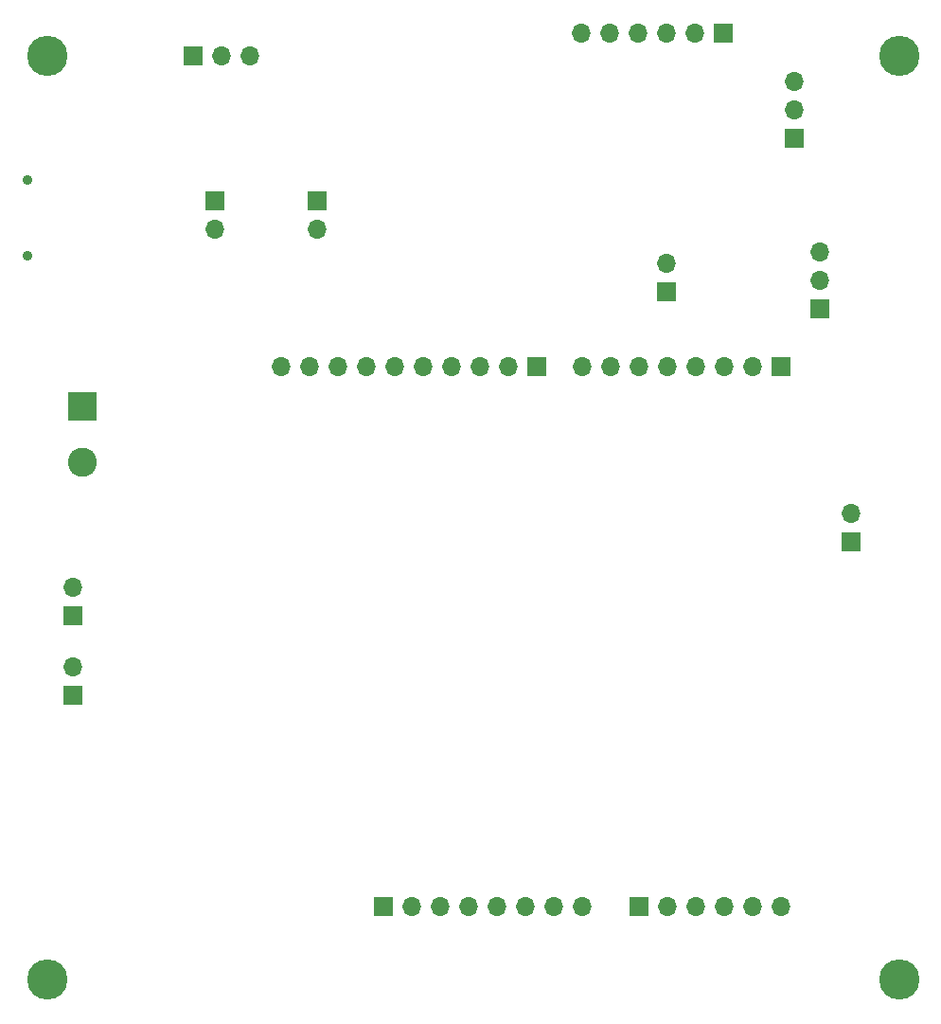
<source format=gbr>
%TF.GenerationSoftware,KiCad,Pcbnew,(6.0.9)*%
%TF.CreationDate,2025-06-16T13:19:02-07:00*%
%TF.ProjectId,STM32L4_breakout,53544d33-324c-4345-9f62-7265616b6f75,rev?*%
%TF.SameCoordinates,Original*%
%TF.FileFunction,Soldermask,Bot*%
%TF.FilePolarity,Negative*%
%FSLAX46Y46*%
G04 Gerber Fmt 4.6, Leading zero omitted, Abs format (unit mm)*
G04 Created by KiCad (PCBNEW (6.0.9)) date 2025-06-16 13:19:02*
%MOMM*%
%LPD*%
G01*
G04 APERTURE LIST*
%ADD10R,1.700000X1.700000*%
%ADD11O,1.700000X1.700000*%
%ADD12R,2.600000X2.600000*%
%ADD13C,2.600000*%
%ADD14C,3.600000*%
%ADD15C,0.900000*%
G04 APERTURE END LIST*
D10*
%TO.C,J3*%
X138218000Y-131419000D03*
D11*
X140758000Y-131419000D03*
X143298000Y-131419000D03*
X145838000Y-131419000D03*
X148378000Y-131419000D03*
X150918000Y-131419000D03*
X153458000Y-131419000D03*
X155998000Y-131419000D03*
%TD*%
D10*
%TO.C,J12*%
X121173000Y-55372000D03*
D11*
X123713000Y-55372000D03*
X126253000Y-55372000D03*
%TD*%
D10*
%TO.C,J17*%
X110490000Y-105415000D03*
D11*
X110490000Y-102875000D03*
%TD*%
D12*
%TO.C,J1*%
X111323000Y-86709000D03*
D13*
X111323000Y-91709000D03*
%TD*%
D14*
%TO.C,H4*%
X108146000Y-137909000D03*
%TD*%
D10*
%TO.C,J16*%
X110490000Y-112532000D03*
D11*
X110490000Y-109992000D03*
%TD*%
D14*
%TO.C,H3*%
X184346000Y-137909000D03*
%TD*%
D10*
%TO.C,J8*%
X163576000Y-76459000D03*
D11*
X163576000Y-73919000D03*
%TD*%
D10*
%TO.C,J2*%
X168656000Y-53340000D03*
D11*
X166116000Y-53340000D03*
X163576000Y-53340000D03*
X161036000Y-53340000D03*
X158496000Y-53340000D03*
X155956000Y-53340000D03*
%TD*%
D15*
%TO.C,SW1*%
X106393000Y-66450000D03*
X106393000Y-73250000D03*
%TD*%
D10*
%TO.C,J15*%
X180086000Y-98811000D03*
D11*
X180086000Y-96271000D03*
%TD*%
D10*
%TO.C,J4*%
X161078000Y-131419000D03*
D11*
X163618000Y-131419000D03*
X166158000Y-131419000D03*
X168698000Y-131419000D03*
X171238000Y-131419000D03*
X173778000Y-131419000D03*
%TD*%
D10*
%TO.C,J9*%
X132334000Y-68321000D03*
D11*
X132334000Y-70861000D03*
%TD*%
D10*
%TO.C,J10*%
X175006000Y-62738000D03*
D11*
X175006000Y-60198000D03*
X175006000Y-57658000D03*
%TD*%
D14*
%TO.C,H1*%
X108146000Y-55359000D03*
%TD*%
D10*
%TO.C,J13*%
X177292000Y-77978000D03*
D11*
X177292000Y-75438000D03*
X177292000Y-72898000D03*
%TD*%
D10*
%TO.C,J7*%
X123190000Y-68321000D03*
D11*
X123190000Y-70861000D03*
%TD*%
D14*
%TO.C,H2*%
X184346000Y-55359000D03*
%TD*%
D10*
%TO.C,J6*%
X173778000Y-83159000D03*
D11*
X171238000Y-83159000D03*
X168698000Y-83159000D03*
X166158000Y-83159000D03*
X163618000Y-83159000D03*
X161078000Y-83159000D03*
X158538000Y-83159000D03*
X155998000Y-83159000D03*
%TD*%
D10*
%TO.C,J5*%
X151934000Y-83159000D03*
D11*
X149394000Y-83159000D03*
X146854000Y-83159000D03*
X144314000Y-83159000D03*
X141774000Y-83159000D03*
X139234000Y-83159000D03*
X136694000Y-83159000D03*
X134154000Y-83159000D03*
X131614000Y-83159000D03*
X129074000Y-83159000D03*
%TD*%
M02*

</source>
